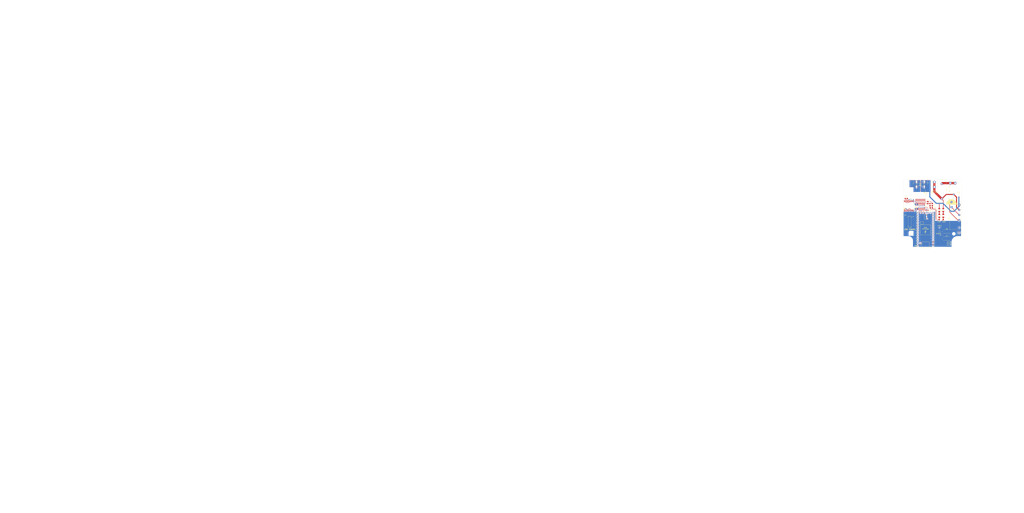
<source format=kicad_pcb>
(kicad_pcb (version 20211014) (generator pcbnew)
  (title_block (title "Power Analyzer with an ACS71020 and a Teensy 4.0") (rev "2.2") (comment 3 "This documentation describes Open Hardware and is licensed under the CERN OHL v. 1.2.") (comment 4 "For detail, refer to LICENSE.PDF in the project folder"))
  (layers (0 "F.Cu" signal) (31 "B.Cu" signal) (34 "B.Paste" user) (35 "F.Paste" user) (36 "B.SilkS" user "B.Silkscreen") (37 "F.SilkS" user "F.Silkscreen") (38 "B.Mask" user) (39 "F.Mask" user) (44 "Edge.Cuts" user))
  (net 0 "")
  (net 1 "GNDS")
  (net 2 "GND")
  (net 3 "Net-(C9-Pad1)")
  (net 4 "Net-(C10-Pad1)")
  (net 5 "Net-(R1-Pad1)")
  (net 6 "Net-(C6-Pad1)")
  (net 7 "VISO")
  (net 8 "d_rst")
  (net 9 "t_irq")
  (net 10 "d_dc")
  (net 11 "SCL0")
  (net 12 "SDA0")
  (net 14 "ISO_CS")
  (net 15 "ISO_MOSI")
  (net 16 "ISO_SCK")
  (net 17 "ISO_MISO")
  (net 18 "SD_CS")
  (net 21 "/VINP")
  (net 22 "/IP-")
  (net 25 "unconnected-(U3-Pad7)")
  (net 26 "unconnected-(U3-Pad8)")
  (net 28 "+5V")
  (net 29 "Net-(C5-Pad1)")
  (net 30 "Net-(C7-Pad1)")
  (net 31 "/VINN")
  (net 32 "5V_Teensy")
  (net 33 "Net-(F1-Pad1)")
  (net 35 "Net-(C5-Pad2)")
  (net 36 "ACS_EN")
  (net 37 "ACS_CS")
  (net 38 "/L")
  (net 39 "/IP+")
  (net 40 "MOSI")
  (net 41 "SCLK")
  (net 42 "MISO")
  (net 43 "3.3V")
  (net 52 "Net-(BT1-Pad1)")
  (net 53 "Net-(BT1-Pad2)")
  (net 54 "Net-(R4-Pad2)")
  (footprint "MountingHole:MountingHole_2.5mm" (layer "F.Cu") (at 117.3 175)
    (fp_text reference "REF**" hide)
    (fp_text value "MountingHole_2.5mm")
  )
  (footprint "MountingHole:MountingHole_2.5mm" (layer "F.Cu") (at 74.3 132)
    (fp_text reference " " hide)
    (fp_text value "MountingHole_2.5mm")
  )
  (footprint "MountingHole:MountingHole_2.5mm" (layer "F.Cu") (at 117.3 132)
    (fp_text reference " " hide)
    (fp_text value "MountingHole_2.5mm")
  )
  (footprint "own_footprints:Flachstecker_8mm_B6.3mm_P4mm" (layer "F.Cu") (at 89.7681 125.4618 -90)
    (fp_text reference "J3")
    (fp_text value "L_VinN_in")
  )
  (footprint "own_footprints:Flachstecker_8mm_B6.3mm_P4mm" (layer "F.Cu") (at 77.91 125.4745 90)
    (fp_text reference "J1")
    (fp_text value "L_VinN_out")
  )
  (footprint "Resistor_SMD:R_1206_3216Metric_Pad1.42x1.75mm_HandSolder" (layer "F.Cu") (at 106.75 157 90)
    (fp_text reference "R3")
    (fp_text value "1meg")
  )
  (footprint "Capacitor_THT:CP_Radial_D10.0mm_P5.00mm" (layer "F.Cu") (at 115 148.193 90)
    (fp_text reference "C5")
    (fp_text value "4.7u")
  )
  (footprint "Varistor:RV_Disc_D7mm_W5.7mm_P5mm" (layer "F.Cu") (at 117.3 135.6)
    (fp_text reference "RV1")
    (fp_text value "MOV")
  )
  (footprint "own_footprints:Flachstecker_8mm_B6.3mm_P4mm" (layer "F.Cu") (at 116.205 126.365 180)
    (fp_text reference "J4")
    (fp_text value "H_VinL_in")
  )
  (footprint "Capacitor_SMD:C_0805_2012Metric_Pad1.15x1.40mm_HandSolder" (layer "F.Cu") (at 93.5 145.75 90)
    (fp_text reference "C9")
    (fp_text value "1u")
  )
  (footprint "Resistor_SMD:R_1206_3216Metric_Pad1.42x1.75mm_HandSolder" (layer "F.Cu") (at 102.75 156.9875 90)
    (fp_text reference "R4")
    (fp_text value "1meg")
  )
  (footprint "Resistor_SMD:R_1206_3216Metric_Pad1.42x1.75mm_HandSolder" (layer "F.Cu") (at 106.75 151.25 90)
    (fp_text reference "R1")
    (fp_text value "1meg")
  )
  (footprint "MountingHole:MountingHole_2.5mm" (layer "F.Cu") (at 74.3 175)
    (fp_text reference " " hide)
    (fp_text value "MountingHole_2.5mm")
  )
  (footprint "own_footprints:Flachstecker_8mm_B6.3mm_P4mm" (layer "F.Cu") (at 99.89 125.665 -90)
    (fp_text reference "J2")
    (fp_text value "L_VinL_out")
  )
  (footprint "Converter_ACDC:Converter_ACDC_CUI_PBO-3-Sxx_THT_Vertical" (layer "F.Cu") (at 122.7 146 -90)
    (fp_text reference "PS1")
    (fp_text value "PBO-1-S5")
  )
  (footprint "Resistor_SMD:R_0805_2012Metric_Pad1.15x1.40mm_HandSolder" (layer "F.Cu") (at 94.75 149 180)
    (fp_text reference "RS1")
    (fp_text value "3k")
  )
  (footprint "Resistor_SMD:R_0805_2012Metric_Pad1.15x1.40mm_HandSolder" (layer "F.Cu") (at 91.25 143.775 -90)
    (fp_text reference "R5")
    (fp_text value "1meg")
  )
  (footprint "Diode_SMD:D_SOD-323_HandSoldering" (layer "F.Cu") (at 111.35 185.5 180)
    (fp_text reference "D2")
    (fp_text value "Vf <= 0.3V")
  )
  (footprint "Inductor_SMD:L_0805_2012Metric_Pad1.15x1.40mm_HandSolder" (layer "F.Cu") (at 105.664 176.276 -90)
    (fp_text reference "L1")
    (fp_text value "2.2uH")
  )
  (footprint "Diode_SMD:D_SOD-323_HandSoldering" (layer "F.Cu") (at 111.35 183.35 180)
    (fp_text reference "D1")
    (fp_text value "Vf <= 0.3V")
  )
  (footprint "Package_SO:SOIC-16W_7.5x10.3mm_P1.27mm" (layer "F.Cu") (at 83.858 136.343 -90)
    (fp_text reference "U2")
    (fp_text value "ACS71020")
  )
  (footprint "Capacitor_SMD:C_0805_2012Metric_Pad1.15x1.40mm_HandSolder" (layer "F.Cu") (at 69.75 139.75)
    (fp_text reference "C3")
    (fp_text value "10u")
  )
  (footprint "teensy:Teensy40" (layer "F.Cu") (at 88.9 170.434 90)
    (fp_text reference "U3")
    (fp_text value "Teensy4.0")
  )
  (footprint "Package_SO:SOIC-16_3.9x9.9mm_P1.27mm" (layer "F.Cu") (at 83.5 147.5 90)
    (fp_text reference "U4")
    (fp_text value "Si8641")
  )
  (footprint "own_footprints:Fuseholder 5x20mm" (layer "F.Cu") (at 105.25 132.588 -90)
    (fp_text reference "F1")
    (fp_text value "Fuse")
  )
  (footprint "Package_SO:SOIC-16W_7.5x10.3mm_P1.27mm" (layer "F.Cu") (at 72.25 147 90)
    (fp_text reference "U1")
    (fp_text value "UCC12040")
  )
  (footprint "Capacitor_SMD:C_0805_2012Metric_Pad1.15x1.40mm_HandSolder" (layer "F.Cu") (at 68.75 154.25)
    (fp_text reference "C4")
    (fp_text value "10u")
  )
  (footprint "Capacitor_SMD:2312_SMD_CAP" (layer "F.Cu") (at 110.25 172.75)
    (fp_text reference "C6")
    (fp_text value "100u" hide)
  )
  (footprint "Resistor_SMD:R_1206_3216Metric_Pad1.42x1.75mm_HandSolder" (layer "F.Cu") (at 102.75 151.25 90)
    (fp_text reference "R2")
    (fp_text value "1meg")
  )
  (footprint "Capacitor_SMD:C_0805_2012Metric_Pad1.15x1.40mm_HandSolder" (layer "F.Cu") (at 95.75 145.75 90)
    (fp_text reference "C10")
    (fp_text value "1u")
  )
  (footprint "Capacitor_SMD:2312_SMD_CAP" (layer "F.Cu") (at 110 179.75)
    (fp_text reference "C7")
    (fp_text value "68u" hide)
  )
  (footprint "Connector_Wuerth:FPC_8-pin_vertical_686108188622" (layer "F.Cu") (at 73.12 162.82 -90)
    (fp_text reference "J9")
    (fp_text value "Lid-Connector FFC")
  )
  (footprint "" (layer "F.Cu") (at 117 186)
    (fp_text reference "")
    (fp_text value "")
  )
  (footprint "Resistor_SMD:R_0603_1608Metric_Pad0.98x0.95mm_HandSolder" (layer "F.Cu") (at 90.5 151.5)
    (fp_text reference "R6")
    (fp_text value "10k")
  )
  (footprint "TestPoint:TestPoint_Pad_D1.5mm" (layer "F.Cu") (at 106.68 160.782)
    (fp_text reference "VINN")
    (fp_text value "TestPoint_Pad_D1.5mm")
  )
  (footprint "" (layer "F.Cu") (at 63 181)
    (fp_text reference "")
    (fp_text value "")
  )
  (footprint "TestPoint:TestPoint_Pad_D1.5mm" (layer "F.Cu") (at 102.87 172.72)
    (fp_text reference "5V(AC)")
    (fp_text value "TestPoint_Pad_D1.5mm")
  )
  (footprint "" (layer "F.Cu") (at 102.87 168.91)
    (fp_text reference "GND")
    (fp_text value "")
  )
  (footprint "TestPoint:TestPoint_Pad_D1.5mm" (layer "F.Cu") (at 102.616 160.782)
    (fp_text reference "VINP")
    (fp_text value "TestPoint_Pad_D1.5mm")
  )
  (footprint "Capacitor_SMD:C_0805_2012Metric_Pad1.15x1.40mm_HandSolder" (layer "B.Cu") (at 79.75 145.5 180)
    (fp_text reference "C1")
    (fp_text value "0.1u")
  )
  (footprint "Capacitor_SMD:C_0805_2012Metric_Pad1.15x1.40mm_HandSolder" (layer "B.Cu") (at 79.75 150 180)
    (fp_text reference "C2")
    (fp_text value "0.1u")
  )
  (gr_line (start 111.8 183.3) (end 110.9 182.7) (layer "F.SilkS") (width 0.12))
  (gr_line (start 111.8 185.5) (end 110.9 184.8) (layer "F.SilkS") (width 0.12))
  (gr_line (start 110.9 184.8) (end 110.9 186.2) (layer "F.SilkS") (width 0.12))
  (gr_line (start 111.8 182.8) (end 111.8 183.8) (layer "F.SilkS") (width 0.12))
  (gr_line (start 110.9 182.7) (end 110.9 184) (layer "F.SilkS") (width 0.12))
  (gr_line (start 110.9 184) (end 111.8 183.3) (layer "F.SilkS") (width 0.12))
  (gr_line (start 110.9 186.2) (end 111.8 185.5) (layer "F.SilkS") (width 0.12))
  (gr_line (start 111.8 186) (end 111.8 186.1) (layer "F.SilkS") (width 0.12))
  (gr_line (start 111.8 184.9) (end 111.8 186) (layer "F.SilkS") (width 0.12))
  (gr_line (start 115.5 188.5) (end 115.5 183.3) (layer "Edge.Cuts") (width 0.05))
  (gr_arc (start 115.5 183.3) (mid 117.110913 179.410913) (end 121 177.8) (layer "Edge.Cuts") (width 0.05))
  (gr_line (start 121 177.8) (end 125 177.8) (layer "Edge.Cuts") (width 0.05))
  (gr_line (start 66.548 120.65) (end 66.548 177.8) (layer "Edge.Cuts") (width 0.05))
  (gr_line (start 75.946 188.5) (end 75.946 185) (layer "Edge.Cuts") (width 0.05))
  (gr_line (start 125 120.65) (end 66.548 120.65) (layer "Edge.Cuts") (width 0.05))
  (gr_arc (start 91.478 135.47) (mid 91.927013 135.655987) (end 92.113 136.105) (layer "Edge.Cuts") (width 0.05))
  (gr_arc (start 75.728 136.74) (mid 75.093 136.105) (end 75.728 135.47) (layer "Edge.Cuts") (width 0.05))
  (gr_arc (start 92.113 136.105) (mid 91.927013 136.554013) (end 91.478 136.74) (layer "Edge.Cuts") (width 0.05))
  (gr_line (start 91.478 135.47) (end 75.728 135.47) (layer "Edge.Cuts") (width 0.05))
  (gr_line (start 91.478 136.74) (end 75.728 136.74) (layer "Edge.Cuts") (width 0.05))
  (gr_line (start 75.946 188.5) (end 115.5 188.5) (layer "Edge.Cuts") (width 0.05))
  (gr_arc (start 89 147.35) (mid 89.275 147.625) (end 89 147.9) (layer "Edge.Cuts") (width 0.05))
  (gr_line (start 78 147.9) (end 89 147.9) (layer "Edge.Cuts") (width 0.05))
  (gr_line (start 125 177.8) (end 125 120.65) (layer "Edge.Cuts") (width 0.05))
  (gr_line (start 75.946 185) (end 75.946 181.864) (layer "Edge.Cuts") (width 0.05))
  (gr_arc (start 78 147.9) (mid 77.725 147.625) (end 78 147.35) (layer "Edge.Cuts") (width 0.05))
  (gr_line (start 71.882 177.8) (end 66.548 177.8) (layer "Edge.Cuts") (width 0.05))
  (gr_arc (start 71.882 177.8) (mid 74.755682 178.990318) (end 75.946 181.864) (layer "Edge.Cuts") (width 0.05))
  (gr_line (start 78 147.35) (end 89 147.35) (layer "Edge.Cuts") (width 0.05))
  (gr_text "in" (at 91 125.7) (layer "F.SilkS") (effects (font (size 1 1) (thickness 0.05))))
  (gr_text "out" (at 76.5 125.85) (layer "F.SilkS") (effects (font (size 1 1) (thickness 0.05))))
  (gr_text "max. 15A" (at 112.903 130.175 90) (layer "F.SilkS") (effects (font (size 1 1))))
  (gr_text "max.\n230V,15A" (at 97.155 132.715) (layer "F.SilkS") (effects (font (size 1 1))))
  (gr_text "in" (at 121.285 124.46) (layer "F.SilkS") (effects (font (size 1 1) (thickness 0.05))))
  (gr_text "." (at 79.756 147.32) (layer "F.SilkS") (effects (font (size 3 3) (thickness 0.75))))
  (gr_text "." (at 68.25 148.25) (layer "F.SilkS") (effects (font (size 3 3) (thickness 0.75))))
  (gr_text "Lid-Conn." (at 73.406 170.434) (layer "F.SilkS") (effects (font (size 1.5 1.5) (thickness 0.3))))
  (gr_text "out" (at 95.25 126.365) (layer "F.SilkS") (effects (font (size 1 1) (thickness 0.05))))
  (gr_text "Power Analyzer\nRev. 2.2" (at 69.088 127.508 90) (layer "F.SilkS") (effects (font (size 1 1) (thickness 0.015))))
  (gr_text "L" (at 121.285 123.19) (layer "F.SilkS") (effects (font (size 1 1))))
  (gr_text "." (at 88 132.5) (layer "F.SilkS") (effects (font (size 3 3) (thickness 0.75))))
  (gr_text "15A\nmax." (at 83.82 125.73) (layer "F.SilkS") (effects (font (size 1 1))))
  (gr_text "N" (at 83.82 121.92) (layer "F.SilkS") (effects (font (size 1 1))))
  (gr_text "L" (at 95.25 125.095) (layer "F.SilkS") (effects (font (size 1 1))))
  (segment (start 78.35 142.35) (end 76.695 142.35) (width 0.25) (layer "F.Cu") (net 1))
  (segment (start 69.075 142.35) (end 69.075 143.175) (width 0.25) (layer "F.Cu") (net 1))
  (segment (start 85.763 142.123) (end 85.763 140.993) (width 0.25) (layer "F.Cu") (net 1))
  (segment (start 87.945 144.305) (end 85.763 142.123) (width 0.25) (layer "F.Cu") (net 1))
  (segment (start 72.885 143.375) (end 72.885 142.35) (width 0.25) (layer "F.Cu") (net 1))
  (segment (start 87.945 145.025) (end 87.945 144.305) (width 0.25) (layer "F.Cu") (net 1))
  (segment (start 87.945 145.025) (end 87.945 146.555) (width 0.25) (layer "F.Cu") (net 1))
  (segment (start 69.9 144) (end 72.26 144) (width 0.25) (layer "F.Cu") (net 1))
  (segment (start 76.75 140.5) (end 76.75 142.295) (width 0.25) (layer "F.Cu") (net 1))
  (segment (start 80.325 144.325) (end 78.35 142.35) (width 0.25) (layer "F.Cu") (net 1))
  (segment (start 69.075 142.35) (end 69.075 140.1) (width 0.25) (layer "F.Cu") (net 1))
  (segment (start 80.325 145.025) (end 80.325 144.325) (width 0.25) (layer "F.Cu") (net 1))
  (segment (start 72.26 144) (end 72.885 143.375) (width 0.25) (layer "F.Cu") (net 1))
  (segment (start 67.805 142.35) (end 69.075 142.35) (width 0.25) (layer "F.Cu") (net 1))
  (segment (start 76.75 142.295) (end 76.695 142.35) (width 0.25) (layer "F.Cu") (net 1))
  (segment (start 87.945 146.555) (end 87.75 146.75) (width 0.25) (layer "F.Cu") (net 1))
  (segment (start 69.075 143.175) (end 69.9 144) (width 0.25) (layer "F.Cu") (net 1))
  (segment (start 76.695 142.35) (end 72.885 142.35) (width 0.25) (layer "F.Cu") (net 1))
  (segment (start 69.075 140.1) (end 68.725 139.75) (width 0.25) (layer "F.Cu") (net 1))
  (via (at 87.75 146.75) (size 0.8) (drill 0.4) (layers "F.Cu" "B.Cu") (net 1))
  (via (at 76.75 140.5) (size 0.8) (drill 0.4) (layers "F.Cu" "B.Cu") (net 1))
  (segment (start 80.775 144.8) (end 76.75 140.775) (width 0.25) (layer "B.Cu") (net 1))
  (segment (start 80.775 145.5) (end 80.775 146.2) (width 0.25) (layer "B.Cu") (net 1))
  (segment (start 81.325 146.75) (end 87.184315 146.75) (width 0.25) (layer "B.Cu") (net 1))
  (segment (start 80.775 145.5) (end 80.775 144.8) (width 0.25) (layer "B.Cu") (net 1))
  (segment (start 76.75 140.775) (end 76.75 140.5) (width 0.25) (layer "B.Cu") (net 1))
  (segment (start 80.775 146.2) (end 81.325 146.75) (width 0.25) (layer "B.Cu") (net 1))
  (segment (start 87.184315 146.75) (end 87.75 146.75) (width 0.25) (layer "B.Cu") (net 1))
  (segment (start 69.075 152.825) (end 69.775 153.525) (width 0.3) (layer "F.Cu") (net 2))
  (segment (start 71.615 152.985) (end 71.615 152.675) (width 0.3) (layer "F.Cu") (net 2))
  (segment (start 90.5 148.5) (end 87.75 148.5) (width 0.25) (layer "F.Cu") (net 2))
  (segment (start 80.325 151.425) (end 80.325 149.975) (width 0.3) (layer "F.Cu") (net 2))
  (segment (start 70.35 154.25) (end 71.615 152.985) (width 0.3) (layer "F.Cu") (net 2))
  (segment (start 76.695 152.445) (end 78 153.75) (width 0.3) (layer "F.Cu") (net 2))
  (segment (start 76.695 151.65) (end 74.155 151.65) (width 0.25) (layer "F.Cu") (net 2))
  (segment (start 87.945 148.695) (end 87.75 148.5) (width 0.25) (layer "F.Cu") (net 2))
  (segment (start 69.775 154.25) (end 69.775 154.95) (width 0.3) (layer "F.Cu") (net 2))
  (segment (start 71.615 152.675) (end 71.615 151.65) (width 0.3) (layer "F.Cu") (net 2))
  (segment (start 71.615 150.625) (end 72.49 149.75) (width 0.3) (layer "F.Cu") (net 2))
  (segment (start 74.97 166.32) (end 76.57 166.32) (width 0.3) (layer "F.Cu") (net 2))
  (segment (start 74.155 150.625) (end 74.155 151.65) (width 0.3) (layer "F.Cu") (net 2))
  (segment (start 78 153.75) (end 80.325 151.425) (width 0.3) (layer "F.Cu") (net 2))
  (segment (start 112.022196 176.267804) (end 112.022196 173) (width 0.5) (layer "F.Cu") (net 2))
  (segment (start 76.68 160.32) (end 76.75 160.25) (width 0.3) (layer "F.Cu") (net 2))
  (segment (start 71.615 151.65) (end 71.615 150.625) (width 0.3) (layer "F.Cu") (net 2))
  (segment (start 69.075 151.65) (end 69.075 152.825) (width 0.3) (layer "F.Cu") (net 2))
  (segment (start 76.57 166.32) (end 76.75 166.5) (width 0.3) (layer "F.Cu") (net 2))
  (segment (start 112.022196 173) (end 112.272196 172.75) (width 0.5) (layer "F.Cu") (net 2))
  (segment (start 69.775 154.25) (end 70.35 154.25) (width 0.3) (layer "F.Cu") (net 2))
  (segment (start 76.695 151.65) (end 76.695 152.445) (width 0.3) (layer "F.Cu") (net 2))
  (segment (start 72.49 149.75) (end 73.28 149.75) (width 0.3) (layer "F.Cu") (net 2))
  (segment (start 76.3 155.45) (end 78 153.75) (width 0.3) (layer "F.Cu") (net 2))
  (segment (start 91.4125 151.5) (end 91.4125 149.4125) (width 0.25) (layer "F.Cu") (net 2))
  (segment (start 74.97 160.32) (end 76.68 160.32) (width 0.3) (layer "F.Cu") (net 2))
  (segment (start 87.945 149.975) (end 87.945 148.695) (width 0.25) (layer "F.Cu") (net 2))
  (segment (start 70.275 155.45) (end 76.3 155.45) (width 0.3) (layer "F.Cu") (net 2))
  (segment (start 69.775 153.525) (end 69.775 154.25) (width 0.3) (layer "F.Cu") (net 2))
  (segment (start 91.4125 149.4125) (end 90.5 148.5) (width 0.25) (layer "F.Cu") (net 2))
  (segment (start 69.775 154.95) (end 70.275 155.45) (width 0.3) (layer "F.Cu") (net 2))
  (segment (start 73.28 149.75) (end 74.155 150.625) (width 0.3) (layer "F.Cu") (net 2))
  (segment (start 112.022196 176.267804) (end 112.022196 179.75) (width 0.5) (layer "F.Cu") (net 2))
  (via (at 87.75 148.5) (size 0.8) (drill 0.4) (layers "F.Cu" "B.Cu") (net 2))
  (via (at 78 153.75) (size 0.8) (drill 0.4) (layers "F.Cu" "B.Cu") (net 2))
  (via (at 76.75 160.25) (size 0.8) (drill 0.4) (layers "F.Cu" "B.Cu") (net 2))
  (via (at 76.75 166.5) (size 0.8) (drill 0.4) (layers "F.Cu" "B.Cu") (net 2))
  (via (at 112.022196 176.267804) (size 0.8) (drill 0.4) (layers "F.Cu" "B.Cu") (net 2))
  (segment (start 112.022196 173.727804) (end 112.022196 176.267804) (width 0.5) (layer "B.Cu") (net 2))
  (segment (start 80 151.75) (end 78 153.75) (width 0.3) (layer "B.Cu") (net 2))
  (segment (start 81.575 148.5) (end 87.184315 148.5) (width 0.25) (layer "B.Cu") (net 2))
  (segment (start 87.184315 148.5) (end 87.75 148.5) (width 0.25) (layer "B.Cu") (net 2))
  (segment (start 122.7 168.86) (end 116.89 168.86) (width 0.5) (layer "B.Cu") (net 2))
  (segment (start 116.89 168.86) (end 112.022196 173.727804) (width 0.5) (layer "B.Cu") (net 2))
  (segment (start 80.775 150.975) (end 80 151.75) (width 0.25) (layer "B.Cu") (net 2))
  (segment (start 80.775 150) (end 80.775 149.3) (width 0.25) (layer "B.Cu") (net 2))
  (segment (start 80.775 150) (end 80.775 150.975) (width 0.25) (layer "B.Cu") (net 2))
  (segment (start 80.775 149.3) (end 81.575 148.5) (width 0.25) (layer "B.Cu") (net 2))
  (segment (start 99.32501 151.82501) (end 98.25 150.75) (width 0.25) (layer "F.Cu") (net 3))
  (segment (start 93.5 148.775) (end 93.725 149) (width 0.25) (layer "F.Cu") (net 3))
  (segment (start 93.725 149.7) (end 93.725 149) (width 0.25) (layer "F.Cu") (net 3))
  (segment (start 98.25 150.75) (end 94.775 150.75) (width 0.25) (layer "F.Cu") (net 3))
  (segment (start 94.775 150.75) (end 93.725 149.7) (width 0.25) (layer "F.Cu") (net 3))
  (segment (start 106.75 160.712) (end 106.68 160.782) (width 0.25) (layer "F.Cu") (net 3))
  (segment (start 106.68 160.782) (end 104.902 162.56) (width 0.25) (layer "F.Cu") (net 3))
  (segment (start 93.5 146.775) (end 93.5 148.775) (width 0.25) (layer "F.Cu") (net 3))
  (segment (start 104.902 162.56) (end 101.6 162.56) (width 0.25) (layer "F.Cu") (net 3))
  (segment (start 99.32501 160.28501) (end 99.32501 151.82501) (width 0.25) (layer "F.Cu") (net 3))
  (segment (start 106.75 158.4875) (end 106.75 160.712) (width 0.25) (layer "F.Cu") (net 3))
  (segment (start 101.6 162.56) (end 99.32501 160.28501) (width 0.25) (layer "F.Cu") (net 3))
  (segment (start 95.75 148.975) (end 95.775 149) (width 0.25) (layer "F.Cu") (net 4))
  (segment (start 102.75 160.648) (end 102.616 160.782) (width 0.25) (layer "F.Cu") (net 4))
  (segment (start 100 151.5) (end 98.5 150) (width 0.25) (layer "F.Cu") (net 4))
  (segment (start 98.5 150) (end 96.075 150) (width 0.25) (layer "F.Cu") (net 4))
  (segment (start 102.616 160.782) (end 101.282 160.782) (width 0.25) (layer "F.Cu") (net 4))
  (segment (start 102.75 158.475) (end 102.75 160.648) (width 0.25) (layer "F.Cu") (net 4))
  (segment (start 95.75 146.775) (end 95.75 148.975) (width 0.25) (layer "F.Cu") (net 4))
  (segment (start 96.075 150) (end 95.775 149.7) (width 0.25) (layer "F.Cu") (net 4))
  (segment (start 100 159.5) (end 100 151.5) (width 0.25) (layer "F.Cu") (net 4))
  (segment (start 101.282 160.782) (end 100 159.5) (width 0.25) (layer "F.Cu") (net 4))
  (segment (start 95.775 149.7) (end 95.775 149) (width 0.25) (layer "F.Cu") (net 4))
  (segment (start 106.75 152.7375) (end 106.75 155.5125) (width 0.5) (layer "F.Cu") (net 5))
  (segment (start 108.227804 171.100003) (end 110.327807 169) (width 0.5) (layer "F.Cu") (net 6))
  (segment (start 102.9 172.75) (end 102.87 172.72) (width 0.5) (layer "F.Cu") (net 6))
  (segment (start 110.327807 169) (end 119.174213 169) (width 0.5) (layer "F.Cu") (net 6))
  (segment (start 108.227804 172.75) (end 102.9 172.75) (width 0.5) (layer "F.Cu") (net 6))
  (segment (start 122.7 172.525787) (end 122.7 173.94) (width 0.5) (layer "F.Cu") (net 6))
  (segment (start 108.227804 172.75) (end 108.227804 174.474196) (width 0.5) (layer "F.Cu") (net 6))
  (segment (start 119.174213 169) (end 122.7 172.525787) (width 0.5) (layer "F.Cu") (net 6))
  (segment (start 108.227804 174.474196) (end 107.451 175.251) (width 0.5) (layer "F.Cu") (net 6))
  (segment (start 107.451 175.251) (end 105.664 175.251) (width 0.5) (layer "F.Cu") (net 6))
  (segment (start 108.227804 171.100003) (end 108.227804 172.75) (width 0.5) (layer "F.Cu") (net 6))
  (segment (start 79.25 145.22) (end 79.055 145.025) (width 0.25) (layer "F.Cu") (net 7))
  (segment (start 86.675 144.325) (end 84.493 142.143) (width 0.25) (layer "F.Cu") (net 7))
  (segment (start 71.615 142.35) (end 70.345 142.35) (width 0.25) (layer "F.Cu") (net 7))
  (segment (start 79.25 146.75) (end 79.25 145.22) (width 0.25) (layer "F.Cu") (net 7))
  (segment (start 71.615 142.35) (end 71.615 141.385) (width 0.25) (layer "F.Cu") (net 7))
  (segment (start 85.925 146.75) (end 86.675 146) (width 0.25) (layer "F.Cu") (net 7))
  (segment (start 71.615 141.385) (end 72.5 140.5) (width 0.25) (layer "F.Cu") (net 7))
  (segment (start 86.675 145.025) (end 86.675 146) (width 0.25) (layer "F.Cu") (net 7))
  (segment (start 70.345 140.18) (end 70.775 139.75) (width 0.25) (layer "F.Cu") (net 7))
  (segment (start 79.25 146.75) (end 85.925 146.75) (width 0.25) (layer "F.Cu") (net 7))
  (segment (start 84.493 142.143) (end 84.493 140.993) (width 0.25) (layer "F.Cu") (net 7))
  (segment (start 70.345 142.35) (end 70.345 140.18) (width 0.25) (layer "F.Cu") (net 7))
  (segment (start 86.675 145.025) (end 86.675 144.325) (width 0.25) (layer "F.Cu") (net 7))
  (via (at 79.25 146.75) (size 0.8) (drill 0.4) (layers "F.Cu" "B.Cu") (net 7))
  (via (at 72.5 140.5) (size 0.8) (drill 0.4) (layers "F.Cu" "B.Cu") (net 7))
  (segment (start 79.25 146.025) (end 78.725 145.5) (width 0.25) (layer "B.Cu") (net 7))
  (segment (start 78.725 144.8) (end 78.725 145.5) (width 0.25) (layer "B.Cu") (net 7))
  (segment (start 74.425 140.5) (end 78.725 144.8) (width 0.25) (layer "B.Cu") (net 7))
  (segment (start 72.5 140.5) (end 74.425 140.5) (width 0.25) (layer "B.Cu") (net 7))
  (segment (start 79.25 146.75) (end 79.25 146.025) (width 0.25) (layer "B.Cu") (net 7))
  (segment (start 81.28 156.464) (end 75.286 156.464) (width 0.3) (layer "F.Cu") (net 8))
  (segment (start 73 160.74) (end 72.42 161.32) (width 0.3) (layer "F.Cu") (net 8))
  (segment (start 75.286 156.464) (end 73 158.75) (width 0.3) (layer "F.Cu") (net 8))
  (segment (start 73 158.75) (end 73 160.74) (width 0.3) (layer "F.Cu") (net 8))
  (segment (start 72.42 161.32) (end 71.27 161.32) (width 0.3) (layer "F.Cu") (net 8))
  (segment (start 80.504 162.32) (end 81.28 161.544) (width 0.3) (layer "F.Cu") (net 9))
  (segment (start 74.97 162.32) (end 80.504 162.32) (width 0.3) (layer "F.Cu") (net 9))
  (segment (start 79.034 161.25) (end 81.28 159.004) (width 0.3) (layer "F.Cu") (net 10))
  (segment (start 73.89 161.25) (end 79.034 161.25) (width 0.3) (layer "F.Cu") (net 10))
  (segment (start 71.27 163.32) (end 71.82 163.32) (width 0.3) (layer "F.Cu") (net 10))
  (segment (start 71.82 163.32) (end 73.89 161.25) (width 0.3) (layer "F.Cu") (net 10))
  (segment (start 74.97 164.32) (end 76.436 164.32) (width 0.3) (layer "F.Cu") (net 11))
  (segment (start 76.436 164.32) (end 81.28 169.164) (width 0.3) (layer "F.Cu") (net 11))
  (segment (start 74.009998 163.5) (end 78.156 163.5) (width 0.3) (layer "F.Cu") (net 12))
  (segment (start 71.27 165.32) (end 72.42 165.32) (width 0.3) (layer "F.Cu") (net 12))
  (segment (start 78.156 163.5) (end 81.28 166.624) (width 0.3) (layer "F.Cu") (net 12))
  (segment (start 73.25 164.49) (end 73.25 164.259998) (width 0.3) (layer "F.Cu") (net 12))
  (segment (start 72.42 165.32) (end 73.25 164.49) (width 0.3) (layer "F.Cu") (net 12))
  (segment (start 73.25 164.259998) (end 74.009998 163.5) (width 0.3) (layer "F.Cu") (net 12))
  (segment (start 79.413 142.163) (end 79.413 140.993) (width 0.25) (layer "F.Cu") (net 14))
  (segment (start 81.595 145.025) (end 81.595 144.345) (width 0.25) (layer "F.Cu") (net 14))
  (segment (start 81.595 144.345) (end 79.413 142.163) (width 0.25) (layer "F.Cu") (net 14))
  (segment (start 82.865 144.385) (end 80.683 142.203) (width 0.25) (layer "F.Cu") (net 15))
  (segment (start 80.683 142.203) (end 80.683 142.018) (width 0.25) (layer "F.Cu") (net 15))
  (segment (start 80.683 142.018) (end 80.683 140.993) (width 0.25) (layer "F.Cu") (net 15))
  (segment (start 82.865 145.025) (end 82.865 144.385) (width 0.25) (layer "F.Cu") (net 15))
  (segment (start 81.953 142.183) (end 81.953 140.993) (width 0.25) (layer "F.Cu") (net 16))
  (segment (start 84.135 144.365) (end 81.953 142.183) (width 0.25) (layer "F.Cu") (net 16))
  (segment (start 84.135 145.025) (end 84.135 144.365) (width 0.25) (layer "F.Cu") (net 16))
  (segment (start 85.405 145.025) (end 85.405 144.345) (width 0.25) (layer "F.Cu") (net 17))
  (segment (start 85.405 144.345) (end 83.223 142.163) (width 0.25) (layer "F.Cu") (net 17))
  (segment (start 83.223 142.163) (end 83.223 140.993) (width 0.25) (layer "F.Cu") (net 17))
  (segment (start 95.75 144.15) (end 95.75 144.725) (width 0.25) (layer "F.Cu") (net 21))
  (segment (start 91.25 142.75) (end 94.35 142.75) (width 0.25) (layer "F.Cu") (net 21))
  (segment (start 91.25 142.75) (end 89 142.75) (width 0.25) (layer "F.Cu") (net 21))
  (segment (start 89 142.75) (end 88.303 142.053) (width 0.25) (layer "F.Cu") (net 21))
  (segment (start 88.303 140.993) (end 88.303 142.053) (width 0.25) (layer "F.Cu") (net 21))
  (segment (start 94.35 142.75) (end 95.75 144.15) (width 0.25) (layer "F.Cu") (net 21))
  (via (at 75.25 122) (size 0.8) (drill 0.4) (layers "F.Cu" "B.Cu") (net 22))
  (via (at 82.804 124.968) (size 0.8) (drill 0.4) (layers "F.Cu" "B.Cu") (net 22))
  (via (at 74 122) (size 0.8) (drill 0.4) (layers "F.Cu" "B.Cu") (net 22))
  (via (at 82.804 123.444) (size 0.8) (drill 0.4) (layers "F.Cu" "B.Cu") (net 22))
  (via (at 82.804 121.92) (size 0.8) (drill 0.4) (layers "F.Cu" "B.Cu") (net 22))
  (via (at 74 125.75) (size 0.8) (drill 0.4) (layers "F.Cu" "B.Cu") (net 22))
  (via (at 82.804 126.492) (size 0.8) (drill 0.4) (layers "F.Cu" "B.Cu") (net 22))
  (via (at 77.5 122) (size 0.8) (drill 0.4) (layers "F.Cu" "B.Cu") (net 22))
  (via (at 74 124.5) (size 0.8) (drill 0.4) (layers "F.Cu" "B.Cu") (net 22))
  (via (at 74 127) (size 0.8) (drill 0.4) (layers "F.Cu" "B.Cu") (net 22))
  (via (at 76.5 122) (size 0.8) (drill 0.4) (layers "F.Cu" "B.Cu") (net 22))
  (via (at 82.804 128.016) (size 0.8) (drill 0.4) (layers "F.Cu" "B.Cu") (net 22))
  (via (at 74 123.25) (size 0.8) (drill 0.4) (layers "F.Cu" "B.Cu") (net 22))
  (segment (start 96.534 171.704) (end 96.52 171.704) (width 0.25) (layer "F.Cu") (net 25))
  (segment (start 96.534 169.164) (end 96.52 169.164) (width 0.25) (layer "F.Cu") (net 26))
  (segment (start 70.345 151.65) (end 70.345 150.625) (width 0.3) (layer "F.Cu") (net 28))
  (segment (start 79.055 151.195) (end 78.5 151.75) (width 0.25) (layer "F.Cu") (net 28))
  (segment (start 67.75 158.75) (end 68.32 159.32) (width 0.3) (layer "F.Cu") (net 28))
  (segment (start 82.530001 185.693999) (end 82.079999 186.144001) (width 0.5) (layer "F.Cu") (net 28))
  (segment (start 67.75 154.975) (end 67.75 158.75) (width 0.3) (layer "F.Cu") (net 28))
  (segment (start 82.079999 186.144001) (end 81.28 186.944) (width 0.5) (layer "F.Cu") (net 28))
  (segment (start 79.055 149.975) (end 79.055 151.195) (width 0.25) (layer "F.Cu") (net 28))
  (segment (start 112.6 185.5) (end 112.6 186.5) (width 0.5) (layer "F.Cu") (net 28))
  (segment (start 71.27 159.32) (end 70.12 159.32) (width 0.3) (layer "F.Cu") (net 28))
  (segment (start 69.5 149.75) (end 69.47 149.75) (width 0.3) (layer "F.Cu") (net 28))
  (segment (start 67.805 151.65) (end 67.805 154.17) (width 0.3) (layer "F.Cu") (net 28))
  (segment (start 79.25 184.914) (end 81.28 186.944) (width 0.3) (layer "F.Cu") (net 28))
  (segment (start 68.68 149.75) (end 67.805 150.625) (width 0.3) (layer "F.Cu") (net 28))
  (segment (start 98.293999 185.693999) (end 82.530001 185.693999) (width 0.5) (layer "F.Cu") (net 28))
  (segment (start 67.805 150.625) (end 67.805 151.65) (width 0.3) (layer "F.Cu") (net 28))
  (segment (start 77.018992 170.25) (end 79.25 172.481008) (width 0.3) (layer "F.Cu") (net 28))
  (segment (start 112.6 186.5) (end 112.2 186.9) (width 0.5) (layer "F.Cu") (net 28))
  (segment (start 112.2 186.9) (end 99.5 186.9) (width 0.5) (layer "F.Cu") (net 28))
  (segment (start 79.25 172.481008) (end 79.25 184.914) (width 0.3) (layer "F.Cu") (net 28))
  (segment (start 69.871028 170.25) (end 77.018992 170.25) (width 0.3) (layer "F.Cu") (net 28))
  (segment (start 68.25 161.19) (end 68.25 168.628972) (width 0.3) (layer "F.Cu") (net 28))
  (segment (start 68.32 159.32) (end 71.27 159.32) (width 0.3) (layer "F.Cu") (net 28))
  (segment (start 70.12 159.32) (end 68.25 161.19) (width 0.3) (layer "F.Cu") (net 28))
  (segment (start 69.47 149.75) (end 68.68 149.75) (width 0.3) (layer "F.Cu") (net 28))
  (segment (start 70.345 150.625) (end 69.5 149.75) (width 0.3) (layer "F.Cu") (net 28))
  (segment (start 67.725 154.25) (end 67.725 154.95) (width 0.3) (layer "F.Cu") (net 28))
  (segment (start 67.725 154.95) (end 67.75 154.975) (width 0.3) (layer "F.Cu") (net 28))
  (segment (start 112.6 183.35) (end 112.6 185.5) (width 0.5) (layer "F.Cu") (net 28))
  (segment (start 68.25 168.628972) (end 69.871028 170.25) (width 0.3) (layer "F.Cu") (net 28))
  (segment (start 99.5 186.9) (end 98.293999 185.693999) (width 0.5) (layer "F.Cu") (net 28))
  (via (at 69.5 149.75) (size 0.8) (drill 0.4) (layers "F.Cu" "B.Cu") (net 28))
  (via (at 78.5 151.75) (size 0.8) (drill 0.4) (layers "F.Cu" "B.Cu") (net 28))
  (segment (start 78.5 151.75) (end 71.5 151.75) (width 0.3) (layer "B.Cu") (net 28))
  (segment (start 78.5 151.75) (end 78.5 150.225) (width 0.25) (layer "B.Cu") (net 28))
  (segment (start 71.5 151.75) (end 69.5 149.75) (width 0.3) (layer "B.Cu") (net 28))
  (segment (start 78.5 150.225) (end 78.725 150) (width 0.25) (layer "B.Cu") (net 28))
  (segment (start 122.7 156.16) (end 115 148.46) (width 0.5) (layer "F.Cu") (net 29))
  (segment (start 115 148.46) (end 115 148.193) (width 0.5) (layer "F.Cu") (net 29))
  (segment (start 107.977804 177.827804) (end 107.451 177.301) (width 0.5) (layer "F.Cu") (net 30))
  (segment (start 107.977804 179.75) (end 107.977804 177.827804) (width 0.5) (layer "F.Cu") (net 30))
  (segment (start 107.451 177.301) (end 105.664 177.301) (width 0.5) (layer "F.Cu") (net 30))
  (segment (start 109.1 183.35) (end 107.977804 182.227804) (width 0.5) (layer "F.Cu") (net 30))
  (segment (start 110.1 183.35) (end 109.1 183.35) (width 0.5) (layer "F.Cu") (net 30))
  (segment (start 107.977804 182.227804) (end 107.977804 179.75) (width 0.5) (layer "F.Cu") (net 30))
  (segment (start 87.033 142.018) (end 87.033 140.993) (width 0.25) (layer "F.Cu") (net 31))
  (segment (start 91.25 144.8) (end 89.815 144.8) (width 0.25) (layer "F.Cu") (net 31))
  (segment (start 89.815 144.8) (end 87.033 142.018) (width 0.25) (layer "F.Cu") (net 31))
  (segment (start 93.5 144.725) (end 91.325 144.725) (width 0.25) (layer "F.Cu") (net 31))
  (segment (start 91.325 144.725) (end 91.25 144.8) (width 0.25) (layer "F.Cu") (net 31))
  (segment (start 85.070001 183.153999) (end 97.753999 183.153999) (width 0.5) (layer "F.Cu") (net 32))
  (segment (start 100.1 185.5) (end 110.1 185.5) (width 0.5) (layer "F.Cu") (net 32))
  (segment (start 83.82 184.404) (end 85.070001 183.153999) (width 0.5) (layer "F.Cu") (net 32))
  (segment (start 97.753999 183.153999) (end 100.1 185.5) (width 0.5) (layer "F.Cu") (net 32))
  (segment (start 113.73 124.265) (end 106.073 124.265) (width 2.25) (layer "F.Cu") (net 33))
  (segment (start 118.68 124.265) (end 113.73 124.265) (width 2.25) (layer "F.Cu") (net 33))
  (segment (start 106.073 124.265) (end 105.25 125.088) (width 2.25) (layer "F.Cu") (net 33))
  (segment (start 113 145.193) (end 115 143.193) (width 0.5) (layer "F.Cu") (net 35))
  (segment (start 121.285787 161.24) (end 113 152.954213) (width 0.5) (layer "F.Cu") (net 35))
  (segment (start 113 152.954213) (end 113 145.193) (width 0.5) (layer "F.Cu") (net 35))
  (segment (start 122.7 161.24) (end 121.285787 161.24) (width 0.5) (layer "F.Cu") (net 35))
  (segment (start 92.294 161.544) (end 90.75 160) (width 0.25) (layer "F.Cu") (net 36))
  (segment (start 89.5 150) (end 89.5 151.4125) (width 0.25) (layer "F.Cu") (net 36))
  (segment (start 87.25 151.5) (end 89.5875 151.5) (width 0.25) (layer "F.Cu") (net 36))
  (segment (start 89.5 151.4125) (end 89.5875 151.5) (width 0.3) (layer "F.Cu") (net 36))
  (segment (start 86.675 150.925) (end 87.25 151.5) (width 0.25) (layer "F.Cu") (net 36))
  (segment (start 96.52 161.544) (end 92.294 161.544) (width 0.25) (layer "F.Cu") (net 36))
  (segment (start 86.675 149.975) (end 86.675 150.925) (width 0.25) (layer "F.Cu") (net 36))
  (via (at 90.75 160) (size 0.8) (drill 0.4) (layers "F.Cu" "B.Cu") (net 36))
  (via (at 89.5 150) (size 0.8) (drill 0.4) (layers "F.Cu" "B.Cu") (net 36))
  (segment (start 90.049511 150.549511) (end 89.5 150) (width 0.25) (layer "B.Cu") (net 36))
  (segment (start 90.75 160) (end 90.049511 159.299511) (width 0.25) (layer "B.Cu") (net 36))
  (segment (start 90.049511 159.299511) (end 90.049511 150.549511) (width 0.25) (layer "B.Cu") (net 36))
  (segment (start 82.694999 152.049999) (end 82.694999 154.464001) (width 0.25) (layer "F.Cu") (net 37))
  (segment (start 81.595 150.95) (end 82.694999 152.049999) (width 0.25) (layer "F.Cu") (net 37))
  (segment (start 81.595 149.975) (end 81.595 150.95) (width 0.25) (layer "F.Cu") (net 37))
  (segment (start 87.234998 159.004) (end 95.38863 159.004) (width 0.25) (layer "F.Cu") (net 37))
  (segment (start 82.694999 154.464001) (end 87.234998 159.004) (width 0.25) (layer "F.Cu") (net 37))
  (segment (start 95.38863 159.004) (end 96.52 159.004) (width 0.25) (layer "F.Cu") (net 37))
  (segment (start 106.75 146.7625) (end 106.75 141.588) (width 0.5) (layer "F.Cu") (net 38))
  (segment (start 106.75 146.7625) (end 106.75 149.7625) (width 0.5) (layer "F.Cu") (net 38))
  (segment (start 97.79 132.628) (end 105.25 140.088) (width 2.25) (layer "F.Cu") (net 38))
  (segment (start 122.7 151.08) (end 120 148.38) (width 1) (layer "F.Cu") (net 38))
  (segment (start 117.3 135.6) (end 109.738 135.6) (width 1) (layer "F.Cu") (net 38))
  (segment (start 106.75 141.588) (end 105.25 140.088) (width 0.5) (layer "F.Cu") (net 38))
  (segment (start 120 138.3) (end 117.3 135.6) (width 1) (layer "F.Cu") (net 38))
  (segment (start 109.738 135.6) (end 105.25 140.088) (width 1) (layer "F.Cu") (net 38))
  (segment (start 97.79 128.14) (end 97.79 132.628) (width 2.25) (layer "F.Cu") (net 38))
  (segment (start 97.79 123.19) (end 97.79 128.14) (width 2.25) (layer "F.Cu") (net 38))
  (segment (start 120 148.38) (end 120 138.3) (width 1) (layer "F.Cu") (net 38))
  (segment (start 102.75 146.7625) (end 102.75 144.5) (width 0.5) (layer "F.Cu") (net 39))
  (segment (start 102.75 146.7625) (end 102.75 149.7625) (width 0.5) (layer "F.Cu") (net 39))
  (via (at 93.25 128.25) (size 0.8) (drill 0.4) (layers "F.Cu" "B.Cu") (net 39))
  (via (at 102.75 144.5) (size 0.8) (drill 0.4) (layers "F.Cu" "B.Cu") (net 39))
  (via (at 84.9 121.9) (size 0.8) (drill 0.4) (layers "F.Cu" "B.Cu") (net 39))
  (via (at 84.9 128) (size 0.8) (drill 0.4) (layers "F.Cu" "B.Cu") (net 39))
  (via (at 90.75 122) (size 0.8) (drill 0.4) (layers "F.Cu" "B.Cu") (net 39))
  (via (at 93.25 129.5) (size 0.8) (drill 0.4) (layers "F.Cu" "B.Cu") (net 39))
  (via (at 84.9 123.4) (size 0.8) (drill 0.4) (layers "F.Cu" "B.Cu") (net 39))
  (via (at 93.25 132) (size 0.8) (drill 0.4) (layers "F.Cu" "B.Cu") (net 39))
  (via (at 93.25 122) (size 0.8) (drill 0.4) (layers "F.Cu" "B.Cu") (net 39))
  (via (at 93.25 127) (size 0.8) (drill 0.4) (layers "F.Cu" "B.Cu") (net 39))
  (via (at 93.25 123.25) (size 0.8) (drill 0.4) (layers "F.Cu" "B.Cu") (net 39))
  (via (at 84.9 125) (size 0.8) (drill 0.4) (layers "F.Cu" "B.Cu") (net 39))
  (via (at 92 122) (size 0.8) (drill 0.4) (layers "F.Cu" "B.Cu") (net 39))
  (via (at 93.25 124.5) (size 0.8) (drill 0.4) (layers "F.Cu" "B.Cu") (net 39))
  (via (at 84.9 126.5) (size 0.8) (drill 0.4) (layers "F.Cu" "B.Cu") (net 39))
  (via (at 93.25 130.75) (size 0.8) (drill 0.4) (layers "F.Cu" "B.Cu") (net 39))
  (via (at 93.25 125.75) (size 0.8) (drill 0.4) (layers "F.Cu" "B.Cu") (net 39))
  (segment (start 99.75 144.5) (end 93.25 138) (width 1) (layer "B.Cu") (net 39))
  (segment (start 122.7 146) (end 122.7 147.3) (width 1) (layer "B.Cu") (net 39))
  (segment (start 117.5 152.5) (end 114.5 152.5) (width 1) (layer "B.Cu") (net 39))
  (segment (start 122.7 147.3) (end 117.5 152.5) (width 1) (layer "B.Cu") (net 39))
  (segment (start 122.3 138.6) (end 122.3 145.6) (width 1) (layer "B.Cu") (net 39))
  (segment (start 122.3 145.6) (end 122.7 146) (width 1) (layer "B.Cu") (net 39))
  (segment (start 102.75 144.5) (end 99.75 144.5) (width 1) (layer "B.Cu") (net 39))
  (segment (start 87.6681 127.9368) (end 89.435866 127.9368) (width 1) (layer "B.Cu") (net 39))
  (segment (start 114.5 152.5) (end 106.5 144.5) (width 1) (layer "B.Cu") (net 39))
  (segment (start 93.25 138) (end 93.25 132) (width 1) (layer "B.Cu") (net 39))
  (segment (start 106.5 144.5) (end 102.75 144.5) (width 1) (layer "B.Cu") (net 39))
  (segment (start 82.865 149.975) (end 82.865 151.115) (width 0.25) (layer "F.Cu") (net 40))
  (segment (start 82.865 151.115) (end 85.234999 153.484999) (width 0.25) (layer "F.Cu") (net 40))
  (segment (start 86.964 156.464) (end 96.52 156.464) (width 0.25) (layer "F.Cu") (net 40))
  (segment (start 85.234999 153.484999) (end 85.234999 154.734999) (width 0.25) (layer "F.Cu") (net 40))
  (segment (start 85.234999 154.734999) (end 86.964 156.464) (width 0.25) (layer "F.Cu") (net 40))
  (segment (start 84.135 151.135) (end 85 152) (width 0.25) (layer "F.Cu") (net 41))
  (segment (start 84.135 149.975) (end 84.135 151.135) (width 0.25) (layer "F.Cu") (net 41))
  (via (at 85 152) (size 0.8) (drill 0.4) (layers "F.Cu" "B.Cu") (net 41))
  (segment (start 83.204 152) (end 81.28 153.924) (width 0.25) (layer "B.Cu") (net 41))
  (segment (start 85 152) (end 83.204 152) (width 0.25) (layer "B.Cu") (net 41))
  (segment (start 89.339825 155.98948) (end 87.509511 154.159166) (width 0.25) (layer "F.Cu") (net 42))
  (segment (start 85.405 150.905) (end 85.405 149.975) (width 0.25) (layer "F.Cu") (net 42))
  (segment (start 96.52 153.924) (end 94.45452 155.98948) (width 0.25) (layer "F.Cu") (net 42))
  (segment (start 87.509511 153.009511) (end 85.405 150.905) (width 0.25) (layer "F.Cu") (net 42))
  (segment (start 87.509511 154.159166) (end 87.509511 153.009511) (width 0.25) (layer "F.Cu") (net 42))
  (segment (start 94.45452 155.98948) (end 89.339825 155.98948) (width 0.25) (layer "F.Cu") (net 42))
  (segment (start 102.75 152.7375) (end 102.75 155.5) (width 0.5) (layer "F.Cu") (net 54))
  (zone (net 39) (net_name "/IP+") (layer "F.Cu") (connect_pads (clearance 0.508)) (min_thickness 0.254) (fill yes (thermal_gap 0.508) (thermal_bridge_width 0.508))
    (polygon (pts (xy 94 133.096) (xy 84.201 133.096) (xy 84.201 121.412) (xy 94 121.412)))
  )
  (zone (net 22) (net_name "/IP-") (layer "F.Cu") (connect_pads (clearance 0.508)) (min_thickness 0.254) (fill yes (thermal_gap 0.508) (thermal_bridge_width 0.508))
    (polygon (pts (xy 83.566 133.096) (xy 73 133.092) (xy 73 121.408) (xy 83.566 121.412)))
  )
  (zone (net 0) (net_name "") (layers F&B.Cu) (connect_pads (clearance 0)) (min_thickness 0.254)
    (keepout (tracks not_allowed) (vias not_allowed) (pads allowed) (copperpour not_allowed) (footprints allowed))
    (fill (thermal_gap 0.508) (thermal_bridge_width 0.508))
    (polygon (pts (xy 77 133.75) (xy 71.5 133.75) (xy 71.5 128.25) (xy 77 128.25)))
  )
  (zone (net 0) (net_name "") (layers F&B.Cu) (connect_pads (clearance 0)) (min_thickness 0.254)
    (keepout (tracks not_allowed) (vias not_allowed) (pads allowed) (copperpour not_allowed) (footprints allowed))
    (fill (thermal_gap 0.508) (thermal_bridge_width 0.508))
    (polygon (pts (xy 77 177) (xy 72 177) (xy 72 173) (xy 72.136 173) (xy 72.136 172.746) (xy 72.39 172.746) (xy 72.39 172.492) (xy 72.644 172.492) (xy 72.644 172.238) (xy 72.898 172.238) (xy 72.898 171.984) (xy 77 172)))
  )
  (zone (net 2) (net_name "GND") (layer "B.Cu") (connect_pads (clearance 0.508)) (min_thickness 0.254) (fill yes (thermal_gap 0.508) (thermal_bridge_width 0.508))
    (polygon (pts (xy 76.334813 152.848417) (xy 98.649813 152.848417) (xy 98.55 162.1) (xy 126.055643 162.047976) (xy 128.214454 175.904565) (xy 116.108624 189.655006) (xy 71.35 189.65) (xy 67.3 185.4) (xy 65.8 176.75) (xy 64.85 152.95)))
  )
  (zone (net 22) (net_name "/IP-") (layer "B.Cu") (connect_pads (clearance 0.508)) (min_thickness 0.254) (fill yes (thermal_gap 0.508) (thermal_bridge_width 0.508))
    (polygon (pts (xy 83.566 133.096) (xy 73 133.092) (xy 73 121.408) (xy 83.566 121.412)))
  )
  (zone (net 39) (net_name "/IP+") (layer "B.Cu") (connect_pads (clearance 0.508)) (min_thickness 0.254) (fill yes (thermal_gap 0.508) (thermal_bridge_width 0.508))
    (polygon (pts (xy 94 133.096) (xy 84.201 133.096) (xy 84.201 121.412) (xy 94 121.412)))
  )
)
</source>
